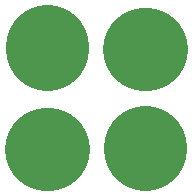
<source format=gbl>
%TF.GenerationSoftware,KiCad,Pcbnew,4.0.5-e0-6337~49~ubuntu16.04.1*%
%TF.CreationDate,2017-01-20T23:32:01-08:00*%
%TF.ProjectId,2x2-LED-RGB-SMT,3278322D4C45442D5247422D534D542E,1.0*%
%TF.FileFunction,Copper,L2,Bot,Signal*%
%FSLAX46Y46*%
G04 Gerber Fmt 4.6, Leading zero omitted, Abs format (unit mm)*
G04 Created by KiCad (PCBNEW 4.0.5-e0-6337~49~ubuntu16.04.1) date Fri Jan 20 23:32:01 2017*
%MOMM*%
%LPD*%
G01*
G04 APERTURE LIST*
%ADD10C,0.350000*%
%ADD11C,7.000000*%
%ADD12C,6.000000*%
%ADD13C,0.350000*%
G04 APERTURE END LIST*
D10*
D11*
X131627880Y-101563560D02*
X131827880Y-101563560D01*
X123427880Y-101563560D02*
X123427880Y-101363560D01*
X123527880Y-110063560D02*
X123327880Y-110063560D01*
X131727880Y-109863560D02*
X131727880Y-110063560D01*
D12*
X123627880Y-109763560D03*
X123627880Y-101763560D03*
X131627880Y-101763560D03*
X131627880Y-109763560D03*
D13*
X123627880Y-109763560D03*
X123627880Y-101763560D03*
X131627880Y-101763560D03*
X131627880Y-109763560D03*
M02*

</source>
